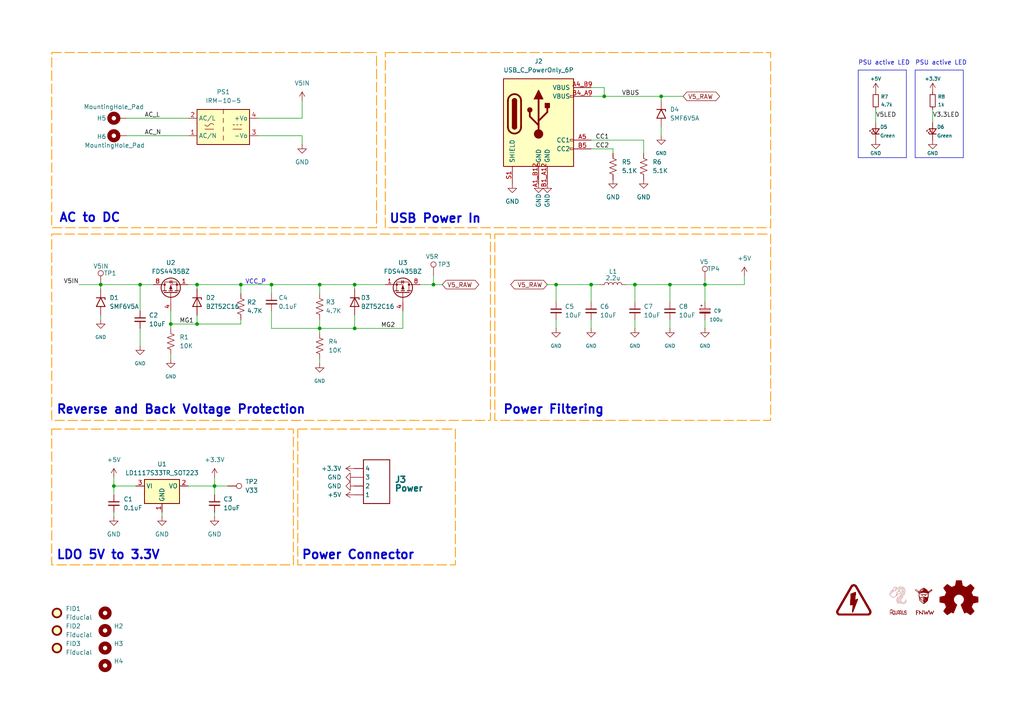
<source format=kicad_sch>
(kicad_sch (version 20250114) (generator "eeschema") (generator_version "9.0")
  (paper "A4")
  (title_block (title "Power Module") (date "2025-03-22") (rev "1.0") (company "CRG Makes") (comment 1 "Aquarius"))
  (lib_symbols
    (symbol "CRGM Connector:JST-SH-4"
      (property "Reference" "J" (at 0 2.794 0))
      (symbol "JST-SH-4_1_0"
        (pin passive line (at -2.54 0 0) (length 2.54) (name "4") (number "4"))
        (pin passive line (at -2.54 -2.54 0) (length 2.54) (name "3") (number "3"))
        (pin passive line (at -2.54 -5.08 0) (length 2.54) (name "2") (number "2"))
        (pin passive line (at -2.54 -7.62 0) (length 2.54) (name "1") (number "1"))
      )
    )
    (symbol "CRGM Connector:USB_C_PowerOnly_6P" (pin_names (offset 1.016))
      (property "Reference" "J" (at 0 16.51 0))
      (property "Value" "USB_C_PowerOnly_6P" (at 0 13.97 0))
      (symbol "USB_C_PowerOnly_6P_1_1"
        (pin passive line (at -7.62 -17.78 90) (length 5.08) (name "SHIELD") (number "S1"))
        (pin passive line (at 0 -17.78 90) (length 5.08) (name "GND") (number "A1_B12"))
        (pin passive line (at 2.54 -17.78 90) (length 5.08) (name "GND") (number "B1_A12"))
        (pin passive line (at 15.24 10.16 180) (length 5.08) (name "VBUS") (number "A4_B9"))
        (pin passive line (at 15.24 7.62 180) (length 5.08) (name "VBUS") (number "B4_A9"))
        (pin bidirectional line (at 15.24 -5.08 180) (length 5.08) (name "CC1") (number "A5"))
        (pin bidirectional line (at 15.24 -7.62 180) (length 5.08) (name "CC2") (number "B5"))
      )
    )
    (symbol "CRGM Logos:Aquarius Logo")
    (symbol "CRGM Logos:Aquarius Name")
    (symbol "CRGM Logos:FNWW Face")
    (symbol "CRGM Logos:FNWW Name")
    (symbol "CRGM Symbols:High Voltage")
    (symbol "Connector:TestPoint" (pin_numbers (hide yes)) (pin_names (offset 0.762) (hide yes))
      (property "Reference" "TP" (at 0 6.858 0))
      (property "Value" "TestPoint" (at 0 5.08 0))
      (symbol "TestPoint_1_1"
        (pin passive line (at 0 0 90) (length 2.54) (name "1") (number "1"))
      )
    )
    (symbol "Converter_ACDC:IRM-10-5"
      (property "Reference" "PS" (at 0 6.35 0))
      (property "Value" "IRM-10-5" (at 0 -6.35 0))
      (symbol "IRM-10-5_1_1"
        (pin power_in line (at -10.16 2.54 0) (length 2.54) (name "AC/L") (number "2"))
        (pin power_in line (at -10.16 -2.54 0) (length 2.54) (name "AC/N") (number "1"))
        (pin power_out line (at 10.16 2.54 180) (length 2.54) (name "+Vo") (number "4"))
        (pin power_out line (at 10.16 -2.54 180) (length 2.54) (name "-Vo") (number "3"))
      )
    )
    (symbol "Device:C_Polarized_Small" (pin_numbers (hide yes)) (pin_names (offset 0.254) (hide yes))
      (property "Reference" "C" (at 0.254 1.778 0))
      (property "Value" "C_Polarized_Small" (at 0.254 -2.032 0))
      (symbol "C_Polarized_Small_1_1"
        (pin passive line (at 0 2.54 270) (length 1.8542) (name "~") (number "1"))
        (pin passive line (at 0 -2.54 90) (length 1.8542) (name "~") (number "2"))
      )
    )
    (symbol "Device:C_Small" (pin_numbers (hide yes)) (pin_names (offset 0.254) (hide yes))
      (property "Reference" "C" (at 0.254 1.778 0))
      (property "Value" "C_Small" (at 0.254 -2.032 0))
      (symbol "C_Small_1_1"
        (pin passive line (at 0 2.54 270) (length 2.032) (name "~") (number "1"))
        (pin passive line (at 0 -2.54 90) (length 2.032) (name "~") (number "2"))
      )
    )
    (symbol "Device:L" (pin_numbers (hide yes)) (pin_names (offset 1.016) (hide yes))
      (property "Reference" "L" (at -1.27 0 90))
      (property "Value" "L" (at 1.905 0 90))
      (symbol "L_1_1"
        (pin passive line (at 0 3.81 270) (length 1.27) (name "1") (number "1"))
        (pin passive line (at 0 -3.81 90) (length 1.27) (name "2") (number "2"))
      )
    )
    (symbol "Device:LED_Small" (pin_numbers (hide yes)) (pin_names (offset 0.254) (hide yes))
      (property "Reference" "D" (at -1.27 3.175 0))
      (property "Value" "LED_Small" (at -4.445 -2.54 0))
      (symbol "LED_Small_1_1"
        (pin passive line (at -2.54 0 0) (length 1.778) (name "K") (number "1"))
        (pin passive line (at 2.54 0 180) (length 1.778) (name "A") (number "2"))
      )
    )
    (symbol "Device:R_Small" (pin_numbers (hide yes)) (pin_names (offset 0.254) (hide yes))
      (property "Reference" "R" (at 0.762 0.508 0))
      (property "Value" "R_Small" (at 0.762 -1.016 0))
      (symbol "R_Small_1_1"
        (pin passive line (at 0 2.54 270) (length 0.762) (name "~") (number "1"))
        (pin passive line (at 0 -2.54 90) (length 0.762) (name "~") (number "2"))
      )
    )
    (symbol "Device:R_US" (pin_numbers (hide yes)) (pin_names (offset 0))
      (property "Reference" "R" (at 2.54 0 90))
      (property "Value" "R_US" (at -2.54 0 90))
      (symbol "R_US_1_1"
        (pin passive line (at 0 3.81 270) (length 1.27) (name "~") (number "1"))
        (pin passive line (at 0 -3.81 90) (length 1.27) (name "~") (number "2"))
      )
    )
    (symbol "Diode:BZT52Bxx" (pin_numbers (hide yes)) (pin_names (hide yes))
      (property "Reference" "D" (at 0 2.54 0))
      (property "Value" "BZT52Bxx" (at 0 -2.54 0))
      (symbol "BZT52Bxx_1_1"
        (pin passive line (at -3.81 0 0) (length 2.54) (name "K") (number "1"))
        (pin passive line (at 3.81 0 180) (length 2.54) (name "A") (number "2"))
      )
    )
    (symbol "Diode:SMF6V5A" (pin_numbers (hide yes)) (pin_names (offset 1.016) (hide yes))
      (property "Reference" "D" (at 0 2.54 0))
      (property "Value" "SMF6V5A" (at 0 -2.54 0))
      (symbol "SMF6V5A_1_1"
        (pin passive line (at -3.81 0 0) (length 2.54) (name "A1") (number "1"))
        (pin passive line (at 3.81 0 180) (length 2.54) (name "A2") (number "2"))
      )
    )
    (symbol "Graphic:Logo_Open_Hardware_Small" (in_bom no) (on_board no))
    (symbol "Mechanical:Fiducial" (exclude_from_sim yes) (in_bom no)
      (property "Reference" "FID" (at 0 5.08 0))
      (property "Value" "Fiducial" (at 0 3.175 0))
    )
    (symbol "Mechanical:MountingHole" (pin_names (offset 1.016)) (exclude_from_sim yes) (in_bom no)
      (property "Reference" "H" (at 0 5.08 0))
      (property "Value" "MountingHole" (at 0 3.175 0))
    )
    (symbol "Mechanical:MountingHole_Pad" (pin_numbers (hide yes)) (pin_names (offset 1.016) (hide yes)) (exclude_from_sim yes) (in_bom no)
      (property "Reference" "H" (at 0 6.35 0))
      (property "Value" "MountingHole_Pad" (at 0 4.445 0))
      (symbol "MountingHole_Pad_1_1"
        (pin input line (at 0 -2.54 90) (length 2.54) (name "1") (number "1"))
      )
    )
    (symbol "Regulator_Linear:LD1117S33TR_SOT223"
      (property "Reference" "U" (at -3.81 3.175 0))
      (property "Value" "LD1117S33TR_SOT223" (at 0 3.175 0))
      (symbol "LD1117S33TR_SOT223_1_1"
        (pin power_in line (at -7.62 0 0) (length 2.54) (name "VI") (number "3"))
        (pin power_in line (at 0 -7.62 90) (length 2.54) (name "GND") (number "1"))
        (pin power_out line (at 7.62 0 180) (length 2.54) (name "VO") (number "2"))
      )
    )
    (symbol "index:FDS4435BZ" (pin_names (hide yes))
      (property "Reference" "Q" (at 5.08 1.905 0))
      (property "Value" "FDS4435BZ" (at 5.08 0 0))
      (symbol "FDS4435BZ_1_1"
        (pin passive line (at -5.08 0 0) (length 2.54) (name "G") (number "4"))
        (pin passive line (at 2.54 5.08 270) (length 2.54) (hide yes) (name "D") (number "5"))
        (pin passive line (at 2.54 5.08 270) (length 2.54) (hide yes) (name "D") (number "6"))
        (pin passive line (at 2.54 5.08 270) (length 2.54) (hide yes) (name "D") (number "7"))
        (pin passive line (at 2.54 5.08 270) (length 2.54) (name "D") (number "8"))
        (pin passive line (at 2.54 -5.08 90) (length 2.54) (name "S") (number "1"))
        (pin passive line (at 2.54 -5.08 90) (length 2.54) (hide yes) (name "S") (number "2"))
        (pin passive line (at 2.54 -5.08 90) (length 2.54) (hide yes) (name "S") (number "3"))
      )
    )
    (symbol "power:+3.3V" (power) (pin_numbers (hide yes)) (pin_names (offset 0) (hide yes))
      (property "Value" "+3.3V" (at 0 3.556 0))
      (symbol "+3.3V_1_1"
        (pin power_in line (at 0 0 90) (length 0) (name "~") (number "1"))
      )
    )
    (symbol "power:+5V" (power) (pin_numbers (hide yes)) (pin_names (offset 0) (hide yes))
      (property "Value" "+5V" (at 0 3.556 0))
      (symbol "+5V_1_1"
        (pin power_in line (at 0 0 90) (length 0) (name "~") (number "1"))
      )
    )
    (symbol "power:GND" (power) (pin_numbers (hide yes)) (pin_names (offset 0) (hide yes))
      (property "Value" "GND" (at 0 -3.81 0))
      (symbol "GND_1_1"
        (pin power_in line (at 0 0 270) (length 0) (name "~") (number "1"))
      )
    )
  )
  (rectangle (start 15 15.24) (end 109.22 66.04) (stroke (width 0.254) (type dash) (color 255 153 0 1)))
  (rectangle (start 86.36 124.46) (end 132.08 163.83) (stroke (width 0.254) (type dash) (color 255 153 0 1)))
  (rectangle (start 15 124.46) (end 85.09 163.83) (stroke (width 0.254) (type dash) (color 255 153 0 1)))
  (rectangle (start 15 67.9) (end 142.24 121.92) (stroke (width 0.254) (type dash) (color 255 153 0 1)))
  (rectangle (start 143.51 67.9) (end 223.52 121.92) (stroke (width 0.254) (type dash) (color 255 153 0 1)))
  (rectangle (start 111.76 15.24) (end 223.52 66.04) (stroke (width 0.254) (type dash) (color 255 153 0 1)))
  (text "AC to DC" (at 17.018 63.246 0) (effects (font (size 2.54 2.54) (thickness 0.508) (bold yes)) (justify left)))
  (text "VCC_P" (at 71.12 82.55 0) (effects (font (size 1.27 1.27)) (justify left bottom)))
  (text "Power Filtering" (at 145.796 118.872 0) (effects (font (size 2.54 2.54) (thickness 0.508) (bold yes)) (justify left)))
  (text "Reverse and Back Voltage Protection" (at 16.256 118.872 0) (effects (font (size 2.54 2.54) (thickness 0.508) (bold yes)) (justify left)))
  (text "Power Connector" (at 87.376 161.036 0) (effects (font (size 2.54 2.54) (thickness 0.508) (bold yes)) (justify left)))
  (text "USB Power In" (at 112.776 63.5 0) (effects (font (size 2.54 2.54) (thickness 0.508) (bold yes)) (justify left)))
  (text "PSU active LED" (at 265.43 19.05 0) (effects (font (size 1.27 1.27)) (justify left bottom)))
  (text "LDO 5V to 3.3V" (at 16.256 161.036 0) (effects (font (size 2.54 2.54) (thickness 0.508) (bold yes)) (justify left)))
  (text "PSU active LED" (at 248.92 19.05 0) (effects (font (size 1.27 1.27)) (justify left bottom)))
  (junction (at 204.47 82.55))
  (junction (at 78.74 82.55))
  (junction (at 57.15 82.55))
  (junction (at 40.64 82.55))
  (junction (at 175.26 27.94))
  (junction (at 33.02 140.97))
  (junction (at 171.45 82.55))
  (junction (at 57.15 93.98))
  (junction (at 92.71 82.55))
  (junction (at 102.87 82.55))
  (junction (at 92.71 95.25))
  (junction (at 161.29 82.55))
  (junction (at 102.87 95.25))
  (junction (at 29.21 82.55))
  (junction (at 125.73 82.55))
  (junction (at 184.15 82.55))
  (junction (at 191.77 27.94))
  (junction (at 49.53 93.98))
  (junction (at 69.85 82.55))
  (junction (at 194.31 82.55))
  (junction (at 62.23 140.97))
  (wire (pts (xy 62.23 148.59) (xy 62.23 149.86)))
  (wire (pts (xy 78.74 82.55) (xy 78.74 85.09)))
  (wire (pts (xy 29.21 83.82) (xy 29.21 82.55)))
  (wire (pts (xy 191.77 29.21) (xy 191.77 27.94)))
  (wire (pts (xy 33.02 140.97) (xy 33.02 138.43)))
  (polyline (pts (xy 279.4 45.72) (xy 265.43 45.72)))
  (wire (pts (xy 125.73 80.01) (xy 125.73 82.55)))
  (wire (pts (xy 161.29 82.55) (xy 161.29 87.63)))
  (wire (pts (xy 46.99 148.59) (xy 46.99 149.86)))
  (wire (pts (xy 49.53 102.87) (xy 49.53 104.14)))
  (wire (pts (xy 92.71 104.14) (xy 92.71 105.41)))
  (wire (pts (xy 125.73 82.55) (xy 128.27 82.55)))
  (wire (pts (xy 184.15 92.71) (xy 184.15 95.25)))
  (wire (pts (xy 204.47 95.25) (xy 204.47 92.71)))
  (wire (pts (xy 184.15 82.55) (xy 194.31 82.55)))
  (wire (pts (xy 36.83 34.29) (xy 54.61 34.29)))
  (wire (pts (xy 204.47 87.63) (xy 204.47 82.55)))
  (wire (pts (xy 171.45 87.63) (xy 171.45 82.55)))
  (wire (pts (xy 57.15 91.44) (xy 57.15 93.98)))
  (wire (pts (xy 177.8 43.18) (xy 177.8 44.45)))
  (wire (pts (xy 161.29 82.55) (xy 171.45 82.55)))
  (wire (pts (xy 186.69 40.64) (xy 186.69 44.45)))
  (wire (pts (xy 40.64 95.25) (xy 40.64 100.33)))
  (wire (pts (xy 22.86 82.55) (xy 29.21 82.55)))
  (wire (pts (xy 87.63 39.37) (xy 74.93 39.37)))
  (polyline (pts (xy 262.89 45.72) (xy 248.92 45.72)))
  (wire (pts (xy 184.15 82.55) (xy 184.15 87.63)))
  (wire (pts (xy 161.29 92.71) (xy 161.29 95.25)))
  (wire (pts (xy 270.51 35.56) (xy 270.51 31.75)))
  (wire (pts (xy 254 35.56) (xy 254 31.75)))
  (wire (pts (xy 69.85 82.55) (xy 69.85 85.09)))
  (wire (pts (xy 102.87 83.82) (xy 102.87 82.55)))
  (wire (pts (xy 204.47 81.28) (xy 204.47 82.55)))
  (polyline (pts (xy 279.4 20.32) (xy 279.4 45.72)))
  (wire (pts (xy 33.02 140.97) (xy 33.02 143.51)))
  (wire (pts (xy 171.45 43.18) (xy 177.8 43.18)))
  (wire (pts (xy 49.53 90.17) (xy 49.53 93.98)))
  (wire (pts (xy 57.15 93.98) (xy 49.53 93.98)))
  (polyline (pts (xy 265.43 20.32) (xy 265.43 45.72)))
  (wire (pts (xy 87.63 29.21) (xy 87.63 34.29)))
  (wire (pts (xy 194.31 87.63) (xy 194.31 82.55)))
  (wire (pts (xy 29.21 91.44) (xy 29.21 92.71)))
  (wire (pts (xy 171.45 25.4) (xy 175.26 25.4)))
  (wire (pts (xy 49.53 93.98) (xy 49.53 95.25)))
  (wire (pts (xy 62.23 138.43) (xy 62.23 140.97)))
  (wire (pts (xy 175.26 25.4) (xy 175.26 27.94)))
  (wire (pts (xy 78.74 90.17) (xy 78.74 95.25)))
  (wire (pts (xy 92.71 95.25) (xy 102.87 95.25)))
  (wire (pts (xy 57.15 82.55) (xy 69.85 82.55)))
  (wire (pts (xy 92.71 95.25) (xy 92.71 96.52)))
  (wire (pts (xy 62.23 140.97) (xy 66.04 140.97)))
  (wire (pts (xy 194.31 82.55) (xy 204.47 82.55)))
  (wire (pts (xy 69.85 93.98) (xy 57.15 93.98)))
  (wire (pts (xy 181.61 82.55) (xy 184.15 82.55)))
  (wire (pts (xy 33.02 140.97) (xy 39.37 140.97)))
  (wire (pts (xy 54.61 140.97) (xy 62.23 140.97)))
  (polyline (pts (xy 262.89 20.32) (xy 262.89 45.72)))
  (wire (pts (xy 78.74 82.55) (xy 92.71 82.55)))
  (wire (pts (xy 69.85 82.55) (xy 78.74 82.55)))
  (wire (pts (xy 92.71 92.71) (xy 92.71 95.25)))
  (wire (pts (xy 92.71 82.55) (xy 102.87 82.55)))
  (wire (pts (xy 74.93 34.29) (xy 87.63 34.29)))
  (wire (pts (xy 175.26 27.94) (xy 191.77 27.94)))
  (polyline (pts (xy 265.43 20.32) (xy 279.4 20.32)))
  (wire (pts (xy 171.45 92.71) (xy 171.45 95.25)))
  (wire (pts (xy 69.85 92.71) (xy 69.85 93.98)))
  (wire (pts (xy 92.71 82.55) (xy 92.71 85.09)))
  (wire (pts (xy 125.73 82.55) (xy 121.92 82.55)))
  (wire (pts (xy 87.63 41.91) (xy 87.63 39.37)))
  (wire (pts (xy 215.9 82.55) (xy 215.9 80.01)))
  (wire (pts (xy 54.61 82.55) (xy 57.15 82.55)))
  (wire (pts (xy 116.84 90.17) (xy 116.84 95.25)))
  (wire (pts (xy 191.77 27.94) (xy 198.12 27.94)))
  (polyline (pts (xy 248.92 20.32) (xy 262.89 20.32)))
  (wire (pts (xy 102.87 82.55) (xy 111.76 82.55)))
  (wire (pts (xy 171.45 27.94) (xy 175.26 27.94)))
  (wire (pts (xy 40.64 82.55) (xy 44.45 82.55)))
  (wire (pts (xy 204.47 82.55) (xy 215.9 82.55)))
  (wire (pts (xy 102.87 91.44) (xy 102.87 95.25)))
  (wire (pts (xy 40.64 82.55) (xy 40.64 90.17)))
  (wire (pts (xy 158.75 82.55) (xy 161.29 82.55)))
  (wire (pts (xy 171.45 82.55) (xy 173.99 82.55)))
  (wire (pts (xy 116.84 95.25) (xy 102.87 95.25)))
  (wire (pts (xy 29.21 82.55) (xy 40.64 82.55)))
  (wire (pts (xy 36.83 39.37) (xy 54.61 39.37)))
  (polyline (pts (xy 248.92 20.32) (xy 248.92 45.72)))
  (wire (pts (xy 194.31 92.71) (xy 194.31 95.25)))
  (wire (pts (xy 191.77 36.83) (xy 191.77 39.37)))
  (wire (pts (xy 62.23 140.97) (xy 62.23 143.51)))
  (wire (pts (xy 57.15 83.82) (xy 57.15 82.55)))
  (wire (pts (xy 33.02 148.59) (xy 33.02 149.86)))
  (wire (pts (xy 78.74 95.25) (xy 92.71 95.25)))
  (wire (pts (xy 171.45 40.64) (xy 186.69 40.64)))
  (label "AC_N" (at 41.91 39.37 0))
  (label "CC1" (at 172.72 40.64 0))
  (label "MG2" (at 110.49 95.25 0))
  (label "V5LED" (at 254 34.29 0))
  (label "CC2" (at 172.72 43.18 0))
  (label "V3.3LED" (at 270.51 34.29 0))
  (label "AC_L" (at 41.91 34.29 0))
  (label "MG1" (at 52.07 93.98 0))
  (label "V5IN" (at 22.86 82.55 180))
  (label "VBUS" (at 180.34 27.94 0))
  (global_label "V5_RAW" (shape bidirectional) (at 198.12 27.94 0) (property "Intersheetrefs" "${INTERSHEET_REFS}" (at 209.2922 27.94 0) (effects (justify left))))
  (global_label "V5_RAW" (shape bidirectional) (at 158.75 82.55 180) (property "Intersheetrefs" "${INTERSHEET_REFS}" (at 147.5778 82.55 0) (effects (justify right))))
  (global_label "V5_RAW" (shape bidirectional) (at 128.27 82.55 0) (property "Intersheetrefs" "${INTERSHEET_REFS}" (at 139.4422 82.55 0) (effects (justify left))))
  (symbol (lib_id "Device:LED_Small") (at 270.51 38.1 90) (unit 1)
    (property "Reference" "D6" (at 271.78 36.83 90) (effects (font (size 1 1)) (justify right)))
    (property "Value" "Green" (at 271.78 39.37 90) (effects (font (size 1 1)) (justify right)))
    (property "Footprint" "LED_SMD:LED_0805_2012Metric" (effects (hide yes)))
    (property "LCSC" "C965815" (effects (hide yes)))
    (property "Notes" "20mA" (effects (hide yes)))
  )
  (symbol (lib_id "power:GND") (at 270.51 40.64 0) (unit 1)
    (property "Reference" "#PWR031" (effects (hide yes)))
    (property "Value" "GND" (at 270.51 44.45 0) (effects (font (size 1 1))))
  )
  (symbol (lib_id "index:FDS4435BZ") (at 49.53 85.09 90) (unit 1)
    (property "Reference" "U2" (at 49.53 76.2 90))
    (property "Value" "FDS4435BZ" (at 49.53 78.74 90))
    (property "Footprint" "Package_SO:SO-8_3.9x4.9mm_P1.27mm" (effects (hide yes)))
    (property "JLCPCB" "C23931" (effects (hide yes)))
    (property "LCSC" "C23931" (effects (hide yes)))
    (property "Digikey" "FDS4435BZCT-ND" (effects (hide yes)))
    (property "Mouser" "512-FDS4435BZ" (effects (hide yes)))
    (property "Notes" "30V/8A" (effects (hide yes)))
  )
  (symbol (lib_id "Connector:TestPoint") (at 29.21 82.55 0) (mirror y) (unit 1) (in_bom no)
    (property "Reference" "TP1" (at 33.782 79.248 0) (effects (justify left)))
    (property "Value" "V5IN" (at 31.496 77.216 0) (effects (justify left)))
    (property "Footprint" "TestPoint:TestPoint_Pad_D1.0mm" (effects (hide yes)))
    (property "Description" "test point" (effects (hide yes)))
  )
  (symbol (lib_id "power:GND") (at 46.99 149.86 0) (unit 1)
    (property "Reference" "#PWR05" (effects (hide yes)))
    (property "Value" "GND" (at 46.99 154.94 0))
    (property "Description" "Power symbol creates a global label with name \"GND\" , ground" (effects (hide yes)))
  )
  (symbol (lib_id "Diode:SMF6V5A") (at 29.21 87.63 270) (unit 1)
    (property "Reference" "D1" (at 31.75 86.3599 90) (effects (justify left)))
    (property "Value" "SMF6V5A" (at 31.75 88.8999 90) (effects (justify left)))
    (property "Footprint" "Diode_SMD:D_SOD-123F" (effects (hide yes)))
    (property "Datasheet" "https://www.littelfuse.com/assetdocs/tvs-diodes-smf-datasheet?assetguid=7EB8A5B6-BDD0-4561-8F19-0C3CC6F9B2AF" (effects (hide yes)))
    (property "Description" "17.9A 200W 11.2V 7.22V 6.5V SOD-123FL ESD and Surge Protection" (effects (hide yes)))
    (property "MN" "Little Fuse" (effects (hide yes)))
    (property "MPN" "SMF6.5A" (effects (hide yes)))
    (property "LCSC" "C2943842" (effects (hide yes)))
    (property "JLCPCB" "C2943842" (effects (hide yes)))
    (property "JLCPCB Datasheet" "https://jlcpcb.com/api/file/downloadByFileSystemAccessId/8590221699737153536" (effects (hide yes)))
    (property "Mouser PN" "576-SMF6.5A" (effects (hide yes)))
    (property "Digikey PN" "F5750TR-ND" (effects (hide yes)))
  )
  (symbol (lib_id "Mechanical:MountingHole") (at 30.48 177.8 0) (unit 1) (in_bom no)
    (property "Reference" "H1" (effects (hide yes)))
    (property "Value" "MountingHole" (effects (hide yes)))
    (property "Footprint" "CRGM Mechanical:MountingHole_3.2mm_M3_Pad_Via" (effects (hide yes)))
    (property "Description" "Mounting Hole without connection" (effects (hide yes)))
  )
  (symbol (lib_id "power:GND") (at 191.77 39.37 0) (unit 1)
    (property "Reference" "#PWR024" (effects (hide yes)))
    (property "Value" "GND" (at 191.77 44.45 0) (effects (font (size 1 1))))
  )
  (symbol (lib_id "Connector:TestPoint") (at 66.04 140.97 270) (unit 1) (in_bom no)
    (property "Reference" "TP2" (at 71.12 139.6999 90) (effects (justify left)))
    (property "Value" "V33" (at 71.12 142.2399 90) (effects (justify left)))
    (property "Footprint" "TestPoint:TestPoint_Pad_D1.0mm" (effects (hide yes)))
    (property "Description" "test point" (effects (hide yes)))
  )
  (symbol (lib_id "CRGM Logos:Aquarius Logo") (at 260.35 175.26 0) (unit 1) (in_bom no)
    (property "Reference" "LOGO1" (effects (hide yes)))
    (property "Footprint" "CRGM Logos:Aquarius Logo 5mm" (effects (hide yes)))
  )
  (symbol (lib_id "power:+5V") (at 215.9 80.01 0) (unit 1)
    (property "Reference" "#PWR027" (effects (hide yes)))
    (property "Value" "+5V" (at 215.9 74.93 0))
    (property "Description" "Power symbol creates a global label with name \"+5V\"" (effects (hide yes)))
  )
  (symbol (lib_id "power:GND") (at 92.71 105.41 0) (unit 1)
    (property "Reference" "#PWR011" (effects (hide yes)))
    (property "Value" "GND" (at 92.71 110.49 0) (effects (font (size 1 1))))
  )
  (symbol (lib_id "power:+5V") (at 102.87 143.51 90) (unit 1)
    (property "Reference" "#PWR014" (effects (hide yes)))
    (property "Value" "+5V" (at 99.06 143.5099 90) (effects (justify left)))
    (property "Description" "Power symbol creates a global label with name \"+5V\"" (effects (hide yes)))
  )
  (symbol (lib_id "power:GND") (at 171.45 95.25 0) (unit 1)
    (property "Reference" "#PWR020" (effects (hide yes)))
    (property "Value" "GND" (at 171.45 100.33 0) (effects (font (size 1 1))))
  )
  (symbol (lib_id "power:GND") (at 148.59 53.34 0) (unit 1)
    (property "Reference" "#PWR016" (effects (hide yes)))
    (property "Value" "GND" (at 148.59 58.42 0))
    (property "Description" "Power symbol creates a global label with name \"GND\" , ground" (effects (hide yes)))
  )
  (symbol (lib_id "Device:R_Small") (at 254 29.21 0) (unit 1)
    (property "Reference" "R7" (at 255.4986 28.0416 0) (effects (font (size 1 1)) (justify left)))
    (property "Value" "4.7k" (at 255.4986 30.353 0) (effects (font (size 1 1)) (justify left)))
    (property "Footprint" "Resistor_SMD:R_0805_2012Metric" (effects (hide yes)))
    (property "Digikey" "RMCF0805FT10K0CT-ND" (effects (hide yes)))
    (property "JLCPCB" "C17673" (effects (hide yes)))
    (property "LCSC" "C17673" (effects (hide yes)))
    (property "Mouser" "71-CRCW080510K0FKEAC" (effects (hide yes)))
  )
  (symbol (lib_id "power:+3.3V") (at 102.87 135.89 90) (unit 1)
    (property "Reference" "#PWR012" (effects (hide yes)))
    (property "Value" "+3.3V" (at 99.06 135.8899 90) (effects (justify left)))
    (property "Description" "Power symbol creates a global label with name \"+3.3V\"" (effects (hide yes)))
  )
  (symbol (lib_id "power:GND") (at 194.31 95.25 0) (unit 1)
    (property "Reference" "#PWR025" (effects (hide yes)))
    (property "Value" "GND" (at 194.31 100.33 0) (effects (font (size 1 1))))
  )
  (symbol (lib_id "power:GND") (at 102.87 138.43 270) (unit 1)
    (property "Reference" "#PWR015" (effects (hide yes)))
    (property "Value" "GND" (at 99.06 138.4299 90) (effects (justify right)))
    (property "Description" "Power symbol creates a global label with name \"GND\" , ground" (effects (hide yes)))
  )
  (symbol (lib_id "power:GND") (at 186.69 52.07 0) (unit 1)
    (property "Reference" "#PWR023" (effects (hide yes)))
    (property "Value" "GND" (at 186.69 57.15 0))
    (property "Description" "Power symbol creates a global label with name \"GND\" , ground" (effects (hide yes)))
  )
  (symbol (lib_id "power:GND") (at 161.29 95.25 0) (unit 1)
    (property "Reference" "#PWR019" (effects (hide yes)))
    (property "Value" "GND" (at 161.29 100.33 0) (effects (font (size 1 1))))
  )
  (symbol (lib_id "Device:L") (at 177.8 82.55 90) (unit 1)
    (property "Reference" "L1" (at 177.8 78.74 90))
    (property "Value" "2.2u" (at 177.8 80.645 90))
    (property "Footprint" "Inductor_SMD:L_Sunlord_MWSA0402S" (effects (hide yes)))
    (property "Datasheet" "https://jlcpcb.com/api/file/downloadByFileSystemAccessId/8552174640249257984" (effects (hide yes)))
    (property "Description" "4.5A 2.2uH ±20% 5A SMD,4.4x4.2mm Power Inductors" (effects (hide yes)))
    (property "MN" "Sunlord" (effects (hide yes)))
    (property "MPN" "MWSA0402S-2R2MT" (effects (hide yes)))
    (property "JLCPCB" "C408335" (effects (hide yes)))
    (property "LCSC" "C408335" (effects (hide yes)))
    (property "Mouser" "673-PA4332222NLT" (effects (hide yes)))
    (property "Digikey" "553-3290-2-ND" (effects (hide yes)))
  )
  (symbol (lib_id "power:GND") (at 40.64 100.33 0) (unit 1)
    (property "Reference" "#PWR04" (effects (hide yes)))
    (property "Value" "GND" (at 40.64 105.41 0) (effects (font (size 1 1))))
  )
  (symbol (lib_id "Device:C_Small") (at 171.45 90.17 0) (unit 1)
    (property "Reference" "C6" (at 173.99 88.9 0) (effects (justify left)))
    (property "Value" "10uF" (at 173.99 91.44 0) (effects (justify left)))
    (property "Footprint" "Capacitor_SMD:C_0603_1608Metric" (effects (hide yes)))
    (property "Datasheet" "https://mm.digikey.com/Volume0/opasdata/d220001/medias/docus/43/CL10A106MO8NQNC_Spec.pdf" (effects (hide yes)))
    (property "Description" "CAP CER 10UF 16V X5R 0603" (effects (hide yes)))
    (property "MF" "Samsung" (effects (hide yes)))
    (property "MPN" "CL10A106MO8NQNC" (effects (hide yes)))
    (property "LCSC" "C92487" (effects (hide yes)))
    (property "Digikey" "1276-1870-2-ND" (effects (hide yes)))
    (property "Mouser" "187-CL10A106MO8NQNC" (effects (hide yes)))
  )
  (symbol (lib_id "Mechanical:Fiducial") (at 16.51 187.96 0) (unit 1) (in_bom no)
    (property "Reference" "FID3" (at 19.05 186.6899 0) (effects (justify left)))
    (property "Value" "Fiducial" (at 19.05 189.2299 0) (effects (justify left)))
    (property "Footprint" "Fiducial:Fiducial_0.75mm_Mask1.5mm" (effects (hide yes)))
    (property "Description" "Fiducial Marker" (effects (hide yes)))
  )
  (symbol (lib_id "Device:C_Polarized_Small") (at 204.47 90.17 0) (unit 1)
    (property "Reference" "C9" (at 207.01 90.17 0) (effects (font (size 1 1)) (justify left)))
    (property "Value" "100u" (at 205.74 92.71 0) (effects (font (size 1 1)) (justify left)))
    (property "Footprint" "Capacitor_SMD:CP_Elec_6.3x7.7" (effects (hide yes)))
    (property "Datasheet" "https://www.nichicon.co.jp/english/series_items/catalog_pdf/e-uwt.pdf" (effects (hide yes)))
    (property "Description" "100uF 35V ±20% SMD,D6.3xL7.7mm Aluminum Electrolytic Capacitors" (effects (hide yes)))
    (property "JLCPCB" "C3339" (effects (hide yes)))
    (property "LCSC" "C3339" (effects (hide yes)))
    (property "Mouser" "647-UWT1V101MCL1S" (effects (hide yes)))
    (property "Digikey" "493-2203-2-ND" (effects (hide yes)))
    (property "Notes" "35V/Aluminum" (effects (hide yes)))
  )
  (symbol (lib_id "CRGM Symbols:High Voltage") (at 247.65 173.99 0) (unit 1)
    (property "Reference" "S1" (effects (hide yes)))
    (property "Footprint" "CRGM Symbols:HIGH-VOLTAGE-5MM" (effects (hide yes)))
  )
  (symbol (lib_id "Mechanical:MountingHole") (at 30.48 187.96 0) (unit 1) (in_bom no)
    (property "Reference" "H3" (at 33.02 186.6899 0) (effects (justify left)))
    (property "Value" "MountingHole" (effects (hide yes)))
    (property "Footprint" "CRGM Mechanical:MountingHole_3.2mm_M3_Pad_Via" (effects (hide yes)))
    (property "Description" "Mounting Hole without connection" (effects (hide yes)))
  )
  (symbol (lib_id "power:GND") (at 33.02 149.86 0) (unit 1)
    (property "Reference" "#PWR03" (effects (hide yes)))
    (property "Value" "GND" (at 33.02 154.94 0))
    (property "Description" "Power symbol creates a global label with name \"GND\" , ground" (effects (hide yes)))
  )
  (symbol (lib_id "Mechanical:Fiducial") (at 16.51 177.8 0) (unit 1) (in_bom no)
    (property "Reference" "FID1" (at 19.05 176.5299 0) (effects (justify left)))
    (property "Value" "Fiducial" (at 19.05 179.0699 0) (effects (justify left)))
    (property "Footprint" "Fiducial:Fiducial_0.75mm_Mask1.5mm" (effects (hide yes)))
    (property "Description" "Fiducial Marker" (effects (hide yes)))
  )
  (symbol (lib_id "Graphic:Logo_Open_Hardware_Small") (at 278.13 173.99 0) (unit 1) (in_bom no)
    (property "Reference" "LOGO5" (effects (hide yes)))
    (property "Value" "Logo_Open_Hardware_Small" (effects (hide yes)))
    (property "Footprint" "Symbol:OSHW-Symbol_6.7x6mm_SilkScreen" (effects (hide yes)))
    (property "Description" "Open Hardware logo, small" (effects (hide yes)))
  )
  (symbol (lib_id "Device:R_US") (at 92.71 100.33 0) (unit 1)
    (property "Reference" "R4" (at 95.25 99.0599 0) (effects (justify left)))
    (property "Value" "10K" (at 95.25 101.5999 0) (effects (justify left)))
    (property "Footprint" "Resistor_SMD:R_0603_1608Metric" (effects (hide yes)))
    (property "Description" "100mW Thick Film Resistors 75V ±100ppm/℃ ±5% 10kΩ 0603 Chip Resistor" (effects (hide yes)))
    (property "LCSC_PN" "C2930027" (effects (hide yes)))
    (property "MF" "FOJAN" (effects (hide yes)))
    (property "MPN" "FRC0603J103 TS" (effects (hide yes)))
  )
  (symbol (lib_id "power:GND") (at 156.21 53.34 0) (unit 1)
    (property "Reference" "#PWR017" (effects (hide yes)))
    (property "Value" "GND" (at 156.21 58.166 90))
    (property "Description" "Power symbol creates a global label with name \"GND\" , ground" (effects (hide yes)))
  )
  (symbol (lib_id "Device:R_US") (at 49.53 99.06 0) (unit 1)
    (property "Reference" "R1" (at 52.07 97.7899 0) (effects (justify left)))
    (property "Value" "10K" (at 52.07 100.3299 0) (effects (justify left)))
    (property "Footprint" "Resistor_SMD:R_0603_1608Metric" (effects (hide yes)))
    (property "Description" "100mW Thick Film Resistors 75V ±100ppm/℃ ±5% 10kΩ 0603 Chip Resistor" (effects (hide yes)))
    (property "LCSC_PN" "C2930027" (effects (hide yes)))
    (property "MF" "FOJAN" (effects (hide yes)))
    (property "MPN" "FRC0603J103 TS" (effects (hide yes)))
  )
  (symbol (lib_id "power:GND") (at 184.15 95.25 0) (unit 1)
    (property "Reference" "#PWR022" (effects (hide yes)))
    (property "Value" "GND" (at 184.15 100.33 0) (effects (font (size 1 1))))
  )
  (symbol (lib_id "power:GND") (at 102.87 140.97 270) (unit 1)
    (property "Reference" "#PWR013" (effects (hide yes)))
    (property "Value" "GND" (at 99.06 140.9699 90) (effects (justify right)))
    (property "Description" "Power symbol creates a global label with name \"GND\" , ground" (effects (hide yes)))
  )
  (symbol (lib_id "Device:C_Small") (at 33.02 146.05 0) (unit 1)
    (property "Reference" "C1" (at 35.814 144.78 0) (effects (justify left)))
    (property "Value" "0.1uF" (at 35.814 147.32 0) (effects (justify left)))
    (property "Footprint" "Capacitor_SMD:C_0603_1608Metric" (effects (hide yes)))
    (property "Datasheet" "https://mm.digikey.com/Volume0/opasdata/d220001/medias/docus/609/CL10B104KO8NNNC_Spec.pdf" (effects (hide yes)))
    (property "Description" "CAP CER 0.1UF 16V X7R 0603" (effects (hide yes)))
    (property "MF" "Samsung" (effects (hide yes)))
    (property "MPN" "CL10B104KO8NNNC" (effects (hide yes)))
    (property "LCSC" "C66501" (effects (hide yes)))
    (property "Mouser" "187-CL10B104KO8NNNC" (effects (hide yes)))
    (property "Digikey" "1276-1005-2-ND" (effects (hide yes)))
  )
  (symbol (lib_id "Device:R_US") (at 69.85 88.9 0) (unit 1)
    (property "Reference" "R2" (at 71.628 87.63 0) (effects (justify left)))
    (property "Value" "4.7K" (at 71.628 90.17 0) (effects (justify left)))
    (property "Footprint" "Resistor_SMD:R_0603_1608Metric" (effects (hide yes)))
    (property "Description" "100mW Thick Film Resistors 75V ±100ppm/℃ ±5% 4.7kΩ 0603 Chip Resistor" (effects (hide yes)))
    (property "LCSC_PN" "C2907166" (effects (hide yes)))
    (property "MF" "FOJAN" (effects (hide yes)))
    (property "MPN" "FRC0603J472 TS" (effects (hide yes)))
  )
  (symbol (lib_id "power:+5V") (at 254 26.67 0) (unit 1)
    (property "Reference" "#PWR028" (effects (hide yes)))
    (property "Value" "+5V" (at 254 22.86 0) (effects (font (size 1 1))))
  )
  (symbol (lib_id "CRGM Logos:Aquarius Name") (at 260.3903 178.523 0) (unit 1) (in_bom no)
    (property "Reference" "LOGO2" (effects (hide yes)))
    (property "Footprint" "CRGM Logos:Aquarius Name 2mmx5mm" (effects (hide yes)))
  )
  (symbol (lib_id "Device:C_Small") (at 194.31 90.17 0) (unit 1)
    (property "Reference" "C8" (at 196.85 88.9 0) (effects (justify left)))
    (property "Value" "10uF" (at 196.85 91.44 0) (effects (justify left)))
    (property "Footprint" "Capacitor_SMD:C_0603_1608Metric" (effects (hide yes)))
    (property "Datasheet" "https://mm.digikey.com/Volume0/opasdata/d220001/medias/docus/43/CL10A106MO8NQNC_Spec.pdf" (effects (hide yes)))
    (property "Description" "CAP CER 10UF 16V X5R 0603" (effects (hide yes)))
    (property "MF" "Samsung" (effects (hide yes)))
    (property "MPN" "CL10A106MO8NQNC" (effects (hide yes)))
    (property "LCSC" "C92487" (effects (hide yes)))
    (property "Digikey" "1276-1870-2-ND" (effects (hide yes)))
    (property "Mouser" "187-CL10A106MO8NQNC" (effects (hide yes)))
  )
  (symbol (lib_id "Diode:SMF6V5A") (at 191.77 33.02 270) (unit 1)
    (property "Reference" "D4" (at 194.31 31.7499 90) (effects (justify left)))
    (property "Value" "SMF6V5A" (at 194.31 34.2899 90) (effects (justify left)))
    (property "Footprint" "Diode_SMD:D_SOD-123F" (effects (hide yes)))
    (property "Datasheet" "https://www.littelfuse.com/assetdocs/tvs-diodes-smf-datasheet?assetguid=7EB8A5B6-BDD0-4561-8F19-0C3CC6F9B2AF" (effects (hide yes)))
    (property "Description" "17.9A 200W 11.2V 7.22V 6.5V SOD-123FL ESD and Surge Protection" (effects (hide yes)))
    (property "MN" "Little Fuse" (effects (hide yes)))
    (property "MPN" "SMF6.5A" (effects (hide yes)))
    (property "LCSC" "C2943842" (effects (hide yes)))
    (property "JLCPCB" "C2943842" (effects (hide yes)))
    (property "JLCPCB Datasheet" "https://jlcpcb.com/api/file/downloadByFileSystemAccessId/8590221699737153536" (effects (hide yes)))
    (property "Mouser PN" "576-SMF6.5A" (effects (hide yes)))
    (property "Digikey PN" "F5750TR-ND" (effects (hide yes)))
  )
  (symbol (lib_id "CRGM Logos:FNWW Name") (at 267.97 177.8 0) (unit 1) (in_bom no)
    (property "Reference" "LOGO4" (effects (hide yes)))
    (property "Footprint" "CRGM Logos:FNWW Name 2mmx5mm" (effects (hide yes)))
  )
  (symbol (lib_id "Device:R_US") (at 177.8 48.26 0) (unit 1)
    (property "Reference" "R5" (at 180.34 46.9899 0) (effects (justify left)))
    (property "Value" "5.1K" (at 180.34 49.5299 0) (effects (justify left)))
    (property "Footprint" "Resistor_SMD:R_0603_1608Metric" (effects (hide yes)))
    (property "Datasheet" "https://jlcpcb.com/api/file/downloadByFileSystemAccessId/8589837035717488640" (effects (hide yes)))
    (property "Description" "100mW Thick Film Resistors 75V ±100ppm/℃ ±5% 5.1kΩ 0603 Chip Resistor" (effects (hide yes)))
    (property "MF" "FOJAN" (effects (hide yes)))
    (property "MPN" "FRC0603J512 TS" (effects (hide yes)))
    (property "LCSC" "C2907114" (effects (hide yes)))
  )
  (symbol (lib_id "power:GND") (at 87.63 41.91 0) (unit 1)
    (property "Reference" "#PWR010" (effects (hide yes)))
    (property "Value" "GND" (at 87.63 46.99 0))
    (property "Description" "Power symbol creates a global label with name \"GND\" , ground" (effects (hide yes)))
  )
  (symbol (lib_id "CRGM Logos:FNWW Face") (at 267.97 175.26 0) (unit 1) (in_bom no)
    (property "Reference" "LOGO3" (effects (hide yes)))
    (property "Footprint" "CRGM Logos:FNWW Face 5mm" (effects (hide yes)))
  )
  (symbol (lib_id "Device:C_Small") (at 62.23 146.05 0) (unit 1)
    (property "Reference" "C3" (at 64.77 144.78 0) (effects (justify left)))
    (property "Value" "10uF" (at 64.77 147.32 0) (effects (justify left)))
    (property "Footprint" "Capacitor_SMD:C_0603_1608Metric" (effects (hide yes)))
    (property "Datasheet" "https://mm.digikey.com/Volume0/opasdata/d220001/medias/docus/43/CL10A106MO8NQNC_Spec.pdf" (effects (hide yes)))
    (property "Description" "CAP CER 10UF 16V X5R 0603" (effects (hide yes)))
    (property "MF" "Samsung" (effects (hide yes)))
    (property "MPN" "CL10A106MO8NQNC" (effects (hide yes)))
    (property "LCSC" "C92487" (effects (hide yes)))
    (property "Digikey" "1276-1870-2-ND" (effects (hide yes)))
    (property "Mouser" "187-CL10A106MO8NQNC" (effects (hide yes)))
  )
  (symbol (lib_id "Device:C_Small") (at 184.15 90.17 0) (unit 1)
    (property "Reference" "C7" (at 186.69 88.9 0) (effects (justify left)))
    (property "Value" "10uF" (at 186.69 91.44 0) (effects (justify left)))
    (property "Footprint" "Capacitor_SMD:C_0603_1608Metric" (effects (hide yes)))
    (property "Datasheet" "https://mm.digikey.com/Volume0/opasdata/d220001/medias/docus/43/CL10A106MO8NQNC_Spec.pdf" (effects (hide yes)))
    (property "Description" "CAP CER 10UF 16V X5R 0603" (effects (hide yes)))
    (property "MF" "Samsung" (effects (hide yes)))
    (property "MPN" "CL10A106MO8NQNC" (effects (hide yes)))
    (property "LCSC" "C92487" (effects (hide yes)))
    (property "Digikey" "1276-1870-2-ND" (effects (hide yes)))
    (property "Mouser" "187-CL10A106MO8NQNC" (effects (hide yes)))
  )
  (symbol (lib_id "index:FDS4435BZ") (at 116.84 85.09 270) (mirror x) (unit 1)
    (property "Reference" "U3" (at 116.84 76.2 90))
    (property "Value" "FDS4435BZ" (at 116.84 78.74 90))
    (property "Footprint" "Package_SO:SO-8_3.9x4.9mm_P1.27mm" (effects (hide yes)))
    (property "JLCPCB" "C23931" (effects (hide yes)))
    (property "LCSC" "C23931" (effects (hide yes)))
    (property "Digikey" "FDS4435BZCT-ND" (effects (hide yes)))
    (property "Mouser" "512-FDS4435BZ" (effects (hide yes)))
    (property "Notes" "30V/8A" (effects (hide yes)))
  )
  (symbol (lib_id "Regulator_Linear:LD1117S33TR_SOT223") (at 46.99 140.97 0) (unit 1)
    (property "Reference" "U1" (at 46.99 134.62 0))
    (property "Value" "LD1117S33TR_SOT223" (at 46.99 137.16 0))
    (property "Footprint" "Package_TO_SOT_SMD:SOT-223-3_TabPin2" (effects (hide yes)))
    (property "Datasheet" "http://www.st.com/st-web-ui/static/active/en/resource/technical/document/datasheet/CD00000544.pdf" (effects (hide yes)))
    (property "Description" "800mA Fixed Low Drop Positive Voltage Regulator, Fixed Output 3.3V, SOT-223" (effects (hide yes)))
    (property "LCSC_PN" "C86781" (effects (hide yes)))
    (property "MF" "STMicroeletronics" (effects (hide yes)))
    (property "MPN" "LD1117S33TR" (effects (hide yes)))
    (property "Mouser" "511-LD1117S33" (effects (hide yes)))
    (property "Digikey" "497-1242-2-ND" (effects (hide yes)))
  )
  (symbol (lib_id "Device:C_Small") (at 78.74 87.63 0) (unit 1)
    (property "Reference" "C4" (at 80.772 86.36 0) (effects (justify left)))
    (property "Value" "0.1uF" (at 80.772 88.9 0) (effects (justify left)))
    (property "Footprint" "Capacitor_SMD:C_0603_1608Metric" (effects (hide yes)))
    (property "Datasheet" "https://mm.digikey.com/Volume0/opasdata/d220001/medias/docus/609/CL10B104KO8NNNC_Spec.pdf" (effects (hide yes)))
    (property "Description" "CAP CER 0.1UF 16V X7R 0603" (effects (hide yes)))
    (property "MF" "Samsung" (effects (hide yes)))
    (property "MPN" "CL10B104KO8NNNC" (effects (hide yes)))
    (property "LCSC" "C66501" (effects (hide yes)))
    (property "Mouser" "187-CL10B104KO8NNNC" (effects (hide yes)))
    (property "Digikey" "1276-1005-2-ND" (effects (hide yes)))
  )
  (symbol (lib_id "power:+5V") (at 87.63 29.21 0) (unit 1)
    (property "Reference" "#PWR09" (effects (hide yes)))
    (property "Value" "V5IN" (at 87.63 24.13 0))
    (property "Description" "Power symbol creates a global label with name \"+5V\"" (effects (hide yes)))
  )
  (symbol (lib_id "power:GND") (at 204.47 95.25 0) (unit 1)
    (property "Reference" "#PWR026" (effects (hide yes)))
    (property "Value" "GND" (at 204.47 100.33 0) (effects (font (size 1 1))))
  )
  (symbol (lib_id "Device:R_US") (at 92.71 88.9 0) (unit 1)
    (property "Reference" "R3" (at 94.488 87.6299 0) (effects (justify left)))
    (property "Value" "4.7K" (at 94.488 90.1699 0) (effects (justify left)))
    (property "Footprint" "Resistor_SMD:R_0603_1608Metric" (effects (hide yes)))
    (property "Description" "100mW Thick Film Resistors 75V ±100ppm/℃ ±5% 4.7kΩ 0603 Chip Resistor" (effects (hide yes)))
    (property "LCSC_PN" "C2907166" (effects (hide yes)))
    (property "MF" "FOJAN" (effects (hide yes)))
    (property "MPN" "FRC0603J472 TS" (effects (hide yes)))
  )
  (symbol (lib_id "Mechanical:MountingHole") (at 30.48 182.88 0) (unit 1) (in_bom no)
    (property "Reference" "H2" (at 33.02 181.6099 0) (effects (justify left)))
    (property "Value" "MountingHole" (effects (hide yes)))
    (property "Footprint" "CRGM Mechanical:MountingHole_3.2mm_M3_Pad_Via" (effects (hide yes)))
    (property "Description" "Mounting Hole without connection" (effects (hide yes)))
  )
  (symbol (lib_id "power:GND") (at 49.53 104.14 0) (unit 1)
    (property "Reference" "#PWR06" (effects (hide yes)))
    (property "Value" "GND" (at 49.53 109.22 0) (effects (font (size 1 1))))
  )
  (symbol (lib_id "power:GND") (at 62.23 149.86 0) (unit 1)
    (property "Reference" "#PWR08" (effects (hide yes)))
    (property "Value" "GND" (at 62.23 154.94 0))
    (property "Description" "Power symbol creates a global label with name \"GND\" , ground" (effects (hide yes)))
  )
  (symbol (lib_id "power:GND") (at 29.21 92.71 0) (unit 1)
    (property "Reference" "#PWR01" (effects (hide yes)))
    (property "Value" "GND" (at 29.21 97.79 0) (effects (font (size 1 1))))
  )
  (symbol (lib_id "Device:C_Small") (at 161.29 90.17 0) (unit 1)
    (property "Reference" "C5" (at 163.83 88.9 0) (effects (justify left)))
    (property "Value" "10uF" (at 163.83 91.44 0) (effects (justify left)))
    (property "Footprint" "Capacitor_SMD:C_0603_1608Metric" (effects (hide yes)))
    (property "Datasheet" "https://mm.digikey.com/Volume0/opasdata/d220001/medias/docus/43/CL10A106MO8NQNC_Spec.pdf" (effects (hide yes)))
    (property "Description" "CAP CER 10UF 16V X5R 0603" (effects (hide yes)))
    (property "MF" "Samsung" (effects (hide yes)))
    (property "MPN" "CL10A106MO8NQNC" (effects (hide yes)))
    (property "LCSC" "C92487" (effects (hide yes)))
    (property "Digikey" "1276-1870-2-ND" (effects (hide yes)))
    (property "Mouser" "187-CL10A106MO8NQNC" (effects (hide yes)))
  )
  (symbol (lib_id "CRGM Connector:JST-SH-4") (at 105.41 135.89 0) (unit 1)
    (property "Reference" "J3" (at 114.3 139.065 0) (effects (font (size 1.778 1.778) (thickness 0.3556) (bold yes)) (justify left)))
    (property "Value" "Power" (at 114.3 141.605 0) (effects (font (size 1.778 1.778) (thickness 0.3556) (bold yes)) (justify left)))
    (property "Footprint" "Connector_JST:JST_SH_SM04B-SRSS-TB_1x04-1MP_P1.00mm_Horizontal" (effects (hide yes)))
    (property "Description" "JST SH 1.0mm 4 Position" (effects (hide yes)))
    (property "MN" "JST" (effects (hide yes)))
    (property "MPN" "SM04B-SRSS-TB" (effects (hide yes)))
    (property "LCSC" "C2763614" (effects (hide yes)))
  )
  (symbol (lib_id "Connector:TestPoint") (at 204.47 81.28 0) (mirror y) (unit 1) (in_bom no)
    (property "Reference" "TP4" (at 208.788 77.978 0) (effects (justify left)))
    (property "Value" "V5" (at 205.486 75.946 0) (effects (justify left)))
    (property "Footprint" "TestPoint:TestPoint_Pad_D1.0mm" (effects (hide yes)))
    (property "Description" "test point" (effects (hide yes)))
  )
  (symbol (lib_id "Mechanical:Fiducial") (at 16.51 182.88 0) (unit 1) (in_bom no)
    (property "Reference" "FID2" (at 19.05 181.6099 0) (effects (justify left)))
    (property "Value" "Fiducial" (at 19.05 184.1499 0) (effects (justify left)))
    (property "Footprint" "Fiducial:Fiducial_0.75mm_Mask1.5mm" (effects (hide yes)))
    (property "Description" "Fiducial Marker" (effects (hide yes)))
  )
  (symbol (lib_id "Connector:TestPoint") (at 125.73 80.01 0) (unit 1) (in_bom no)
    (property "Reference" "TP3" (at 127 76.708 0) (effects (justify left)))
    (property "Value" "V5R" (at 123.444 74.422 0) (effects (justify left)))
    (property "Footprint" "TestPoint:TestPoint_Pad_D1.0mm" (effects (hide yes)))
    (property "Description" "test point" (effects (hide yes)))
  )
  (symbol (lib_id "CRGM Connector:USB_C_PowerOnly_6P") (at 156.21 35.56 0) (unit 1)
    (property "Reference" "J2" (at 156.21 17.78 0))
    (property "Value" "USB_C_PowerOnly_6P" (at 156.21 20.32 0))
    (property "Footprint" "CRGM Connector:GCT_USB4105-GF-A" (effects (hide yes)))
    (property "Datasheet" "https://www.usb.org/sites/default/files/documents/usb_type-c.zip" (effects (hide yes)))
    (property "Description" "USB Power-Only 6P Type-C Receptacle connector" (effects (hide yes)))
  )
  (symbol (lib_id "power:GND") (at 177.8 52.07 0) (unit 1)
    (property "Reference" "#PWR021" (effects (hide yes)))
    (property "Value" "GND" (at 177.8 57.15 0))
    (property "Description" "Power symbol creates a global label with name \"GND\" , ground" (effects (hide yes)))
  )
  (symbol (lib_id "Device:R_Small") (at 270.51 29.21 0) (unit 1)
    (property "Reference" "R8" (at 272.0086 28.0416 0) (effects (font (size 1 1)) (justify left)))
    (property "Value" "1k" (at 272.0086 30.353 0) (effects (font (size 1 1)) (justify left)))
    (property "Footprint" "Resistor_SMD:R_0805_2012Metric" (effects (hide yes)))
    (property "Digikey" "RMCF0805FT10K0CT-ND" (effects (hide yes)))
    (property "JLCPCB" "C17513" (effects (hide yes)))
    (property "LCSC" "C17513" (effects (hide yes)))
    (property "Mouser" "71-CRCW080510K0FKEAC" (effects (hide yes)))
  )
  (symbol (lib_id "Device:LED_Small") (at 254 38.1 90) (unit 1)
    (property "Reference" "D5" (at 255.27 36.83 90) (effects (font (size 1 1)) (justify right)))
    (property "Value" "Green" (at 255.27 39.37 90) (effects (font (size 1 1)) (justify right)))
    (property "Footprint" "LED_SMD:LED_0805_2012Metric" (effects (hide yes)))
    (property "LCSC" "C965815" (effects (hide yes)))
    (property "Notes" "20mA" (effects (hide yes)))
  )
  (symbol (lib_id "power:+3.3V") (at 270.51 26.67 0) (unit 1)
    (property "Reference" "#PWR030" (effects (hide yes)))
    (property "Value" "+3.3V" (at 270.51 22.86 0) (effects (font (size 1 1))))
  )
  (symbol (lib_id "Device:C_Small") (at 40.64 92.71 0) (unit 1)
    (property "Reference" "C2" (at 43.18 91.44 0) (effects (justify left)))
    (property "Value" "10uF" (at 43.18 93.98 0) (effects (justify left)))
    (property "Footprint" "Capacitor_SMD:C_0603_1608Metric" (effects (hide yes)))
    (property "Datasheet" "https://mm.digikey.com/Volume0/opasdata/d220001/medias/docus/43/CL10A106MO8NQNC_Spec.pdf" (effects (hide yes)))
    (property "Description" "CAP CER 10UF 16V X5R 0603" (effects (hide yes)))
    (property "MF" "Samsung" (effects (hide yes)))
    (property "MPN" "CL10A106MO8NQNC" (effects (hide yes)))
    (property "LCSC" "C92487" (effects (hide yes)))
    (property "Digikey" "1276-1870-2-ND" (effects (hide yes)))
    (property "Mouser" "187-CL10A106MO8NQNC" (effects (hide yes)))
  )
  (symbol (lib_id "Device:R_US") (at 186.69 48.26 0) (unit 1)
    (property "Reference" "R6" (at 189.23 46.9899 0) (effects (justify left)))
    (property "Value" "5.1K" (at 189.23 49.5299 0) (effects (justify left)))
    (property "Footprint" "Resistor_SMD:R_0603_1608Metric" (effects (hide yes)))
    (property "Datasheet" "https://jlcpcb.com/api/file/downloadByFileSystemAccessId/8589837035717488640" (effects (hide yes)))
    (property "Description" "100mW Thick Film Resistors 75V ±100ppm/℃ ±5% 5.1kΩ 0603 Chip Resistor" (effects (hide yes)))
    (property "MF" "FOJAN" (effects (hide yes)))
    (property "MPN" "FRC0603J512 TS" (effects (hide yes)))
    (property "LCSC" "C2907114" (effects (hide yes)))
  )
  (symbol (lib_id "Mechanical:MountingHole_Pad") (at 34.29 39.37 90) (unit 1) (in_bom no)
    (property "Reference" "H6" (at 29.464 39.624 90))
    (property "Value" "MountingHole_Pad" (at 33.274 42.164 90))
    (property "Footprint" "CRGM Mechanical:MountingHole_3.2mm_M3_Pad_Via" (effects (hide yes)))
    (property "Description" "Mounting Hole with connection" (effects (hide yes)))
  )
  (symbol (lib_id "Converter_ACDC:IRM-10-5") (at 64.77 36.83 0) (unit 1)
    (property "Reference" "PS1" (at 64.77 26.67 0))
    (property "Value" "IRM-10-5" (at 64.77 29.21 0))
    (property "Footprint" "Converter_ACDC:Converter_ACDC_MeanWell_IRM-10-xx_THT" (effects (hide yes)))
    (property "Datasheet" "https://www.meanwell.com/Upload/PDF/IRM-10/IRM-10-SPEC.PDF" (effects (hide yes)))
    (property "Description" "5V, 2A, 10W, Isolated, AC-DC, 222A(IRM10)" (effects (hide yes)))
    (property "LCSC" "C2857903" (effects (hide yes)))
    (property "Mouser" "709-IRM10-5" (effects (hide yes)))
    (property "Digikey" "1866-3032-ND" (effects (hide yes)))
  )
  (symbol (lib_id "power:+3.3V") (at 62.23 138.43 0) (unit 1)
    (property "Reference" "#PWR07" (effects (hide yes)))
    (property "Value" "+3.3V" (at 62.23 133.35 0))
    (property "Description" "Power symbol creates a global label with name \"+3.3V\"" (effects (hide yes)))
  )
  (symbol (lib_id "power:GND") (at 254 40.64 0) (unit 1)
    (property "Reference" "#PWR029" (effects (hide yes)))
    (property "Value" "GND" (at 254 44.45 0) (effects (font (size 1 1))))
  )
  (symbol (lib_id "Mechanical:MountingHole_Pad") (at 34.29 34.29 90) (unit 1) (in_bom no)
    (property "Reference" "H5" (at 29.464 34.29 90))
    (property "Value" "MountingHole_Pad" (at 33.02 30.988 90))
    (property "Footprint" "CRGM Mechanical:MountingHole_3.2mm_M3_Pad_Via" (effects (hide yes)))
    (property "Description" "Mounting Hole with connection" (effects (hide yes)))
  )
  (symbol (lib_id "Mechanical:MountingHole") (at 30.48 193.04 0) (unit 1) (in_bom no)
    (property "Reference" "H4" (at 33.02 191.7699 0) (effects (justify left)))
    (property "Value" "MountingHole" (effects (hide yes)))
    (property "Footprint" "CRGM Mechanical:MountingHole_3.2mm_M3_Pad_Via" (effects (hide yes)))
    (property "Description" "Mounting Hole without connection" (effects (hide yes)))
  )
  (symbol (lib_id "power:GND") (at 158.75 53.34 0) (unit 1)
    (property "Reference" "#PWR018" (effects (hide yes)))
    (property "Value" "GND" (at 158.75 58.166 90))
    (property "Description" "Power symbol creates a global label with name \"GND\" , ground" (effects (hide yes)))
  )
  (symbol (lib_id "power:+5V") (at 33.02 138.43 0) (unit 1)
    (property "Reference" "#PWR02" (effects (hide yes)))
    (property "Value" "+5V" (at 33.02 133.35 0))
    (property "Description" "Power symbol creates a global label with name \"+5V\"" (effects (hide yes)))
  )
  (symbol (lib_id "Diode:BZT52Bxx") (at 57.15 87.63 270) (unit 1)
    (property "Reference" "D2" (at 59.69 86.36 90) (effects (justify left)))
    (property "Value" "BZT52C16" (at 59.69 88.9 90) (effects (justify left)))
    (property "Footprint" "Diode_SMD:D_SOD-123" (effects (hide yes)))
    (property "Datasheet" "https://www.vishay.com/docs/86342/bzt52_series.pdf" (effects (hide yes)))
    (property "Description" "Zener Diodes 500mW 16V" (effects (hide yes)))
    (property "JLCPCB" "C216724" (effects (hide yes)))
    (property "LCSC" "C216724" (effects (hide yes)))
    (property "Mouser" "78-BZT52C16-E3-08" (effects (hide yes)))
    (property "Digikey" "5399-BZT52C16TR-ND" (effects (hide yes)))
    (property "Notes" "16V, 500mA" (effects (hide yes)))
  )
  (symbol (lib_id "Diode:BZT52Bxx") (at 102.87 87.63 270) (unit 1)
    (property "Reference" "D3" (at 104.648 86.36 90) (effects (justify left)))
    (property "Value" "BZT52C16" (at 104.648 88.9 90) (effects (justify left)))
    (property "Footprint" "Diode_SMD:D_SOD-123" (effects (hide yes)))
    (property "Datasheet" "https://www.vishay.com/docs/86342/bzt52_series.pdf" (effects (hide yes)))
    (property "Description" "Zener Diodes 500mW 16V" (effects (hide yes)))
    (property "JLCPCB" "C216724" (effects (hide yes)))
    (property "LCSC" "C216724" (effects (hide yes)))
    (property "Mouser" "78-BZT52C16-E3-08" (effects (hide yes)))
    (property "Digikey" "5399-BZT52C16TR-ND" (effects (hide yes)))
    (property "Notes" "16V, 500mA" (effects (hide yes)))
  )
)
</source>
